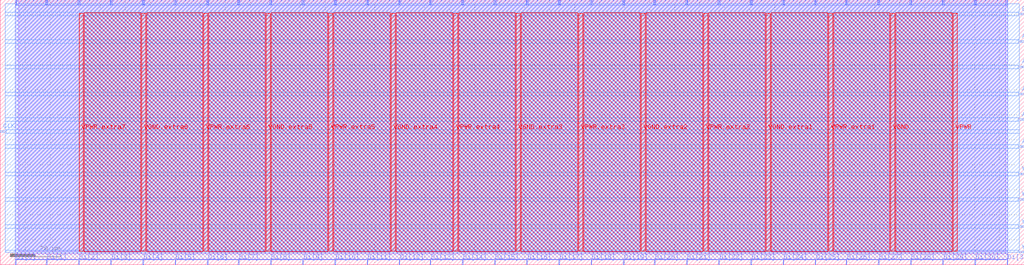
<source format=lef>
VERSION 5.7 ;
  NOWIREEXTENSIONATPIN ON ;
  DIVIDERCHAR "/" ;
  BUSBITCHARS "[]" ;
MACRO RAM32
  CLASS BLOCK ;
  FOREIGN RAM32 ;
  ORIGIN 0.000 0.000 ;
  SIZE 409.860 BY 106.080 ;
  PIN A[0]
    DIRECTION INPUT ;
    USE SIGNAL ;
    PORT
      LAYER met3 ;
        RECT 407.860 46.960 409.860 47.560 ;
    END
  END A[0]
  PIN A[1]
    DIRECTION INPUT ;
    USE SIGNAL ;
    PORT
      LAYER met3 ;
        RECT 407.860 57.840 409.860 58.440 ;
    END
  END A[1]
  PIN A[2]
    DIRECTION INPUT ;
    USE SIGNAL ;
    PORT
      LAYER met3 ;
        RECT 407.860 68.040 409.860 68.640 ;
    END
  END A[2]
  PIN A[3]
    DIRECTION INPUT ;
    USE SIGNAL ;
    PORT
      LAYER met3 ;
        RECT 407.860 78.920 409.860 79.520 ;
    END
  END A[3]
  PIN A[4]
    DIRECTION INPUT ;
    USE SIGNAL ;
    PORT
      LAYER met3 ;
        RECT 407.860 89.120 409.860 89.720 ;
    END
  END A[4]
  PIN CLK
    DIRECTION INPUT ;
    USE SIGNAL ;
    PORT
      LAYER met3 ;
        RECT 0.000 53.080 2.000 53.680 ;
    END
  END CLK
  PIN Di[0]
    DIRECTION INPUT ;
    USE SIGNAL ;
    PORT
      LAYER met2 ;
        RECT 6.070 0.000 6.350 2.000 ;
    END
  END Di[0]
  PIN Di[10]
    DIRECTION INPUT ;
    USE SIGNAL ;
    PORT
      LAYER met2 ;
        RECT 133.950 0.000 134.230 2.000 ;
    END
  END Di[10]
  PIN Di[11]
    DIRECTION INPUT ;
    USE SIGNAL ;
    PORT
      LAYER met2 ;
        RECT 146.830 0.000 147.110 2.000 ;
    END
  END Di[11]
  PIN Di[12]
    DIRECTION INPUT ;
    USE SIGNAL ;
    PORT
      LAYER met2 ;
        RECT 159.710 0.000 159.990 2.000 ;
    END
  END Di[12]
  PIN Di[13]
    DIRECTION INPUT ;
    USE SIGNAL ;
    PORT
      LAYER met2 ;
        RECT 172.130 0.000 172.410 2.000 ;
    END
  END Di[13]
  PIN Di[14]
    DIRECTION INPUT ;
    USE SIGNAL ;
    PORT
      LAYER met2 ;
        RECT 185.010 0.000 185.290 2.000 ;
    END
  END Di[14]
  PIN Di[15]
    DIRECTION INPUT ;
    USE SIGNAL ;
    PORT
      LAYER met2 ;
        RECT 197.890 0.000 198.170 2.000 ;
    END
  END Di[15]
  PIN Di[16]
    DIRECTION INPUT ;
    USE SIGNAL ;
    PORT
      LAYER met2 ;
        RECT 210.770 0.000 211.050 2.000 ;
    END
  END Di[16]
  PIN Di[17]
    DIRECTION INPUT ;
    USE SIGNAL ;
    PORT
      LAYER met2 ;
        RECT 223.650 0.000 223.930 2.000 ;
    END
  END Di[17]
  PIN Di[18]
    DIRECTION INPUT ;
    USE SIGNAL ;
    PORT
      LAYER met2 ;
        RECT 236.530 0.000 236.810 2.000 ;
    END
  END Di[18]
  PIN Di[19]
    DIRECTION INPUT ;
    USE SIGNAL ;
    PORT
      LAYER met2 ;
        RECT 249.410 0.000 249.690 2.000 ;
    END
  END Di[19]
  PIN Di[1]
    DIRECTION INPUT ;
    USE SIGNAL ;
    PORT
      LAYER met2 ;
        RECT 18.490 0.000 18.770 2.000 ;
    END
  END Di[1]
  PIN Di[20]
    DIRECTION INPUT ;
    USE SIGNAL ;
    PORT
      LAYER met2 ;
        RECT 261.830 0.000 262.110 2.000 ;
    END
  END Di[20]
  PIN Di[21]
    DIRECTION INPUT ;
    USE SIGNAL ;
    PORT
      LAYER met2 ;
        RECT 274.710 0.000 274.990 2.000 ;
    END
  END Di[21]
  PIN Di[22]
    DIRECTION INPUT ;
    USE SIGNAL ;
    PORT
      LAYER met2 ;
        RECT 287.590 0.000 287.870 2.000 ;
    END
  END Di[22]
  PIN Di[23]
    DIRECTION INPUT ;
    USE SIGNAL ;
    PORT
      LAYER met2 ;
        RECT 300.470 0.000 300.750 2.000 ;
    END
  END Di[23]
  PIN Di[24]
    DIRECTION INPUT ;
    USE SIGNAL ;
    PORT
      LAYER met2 ;
        RECT 313.350 0.000 313.630 2.000 ;
    END
  END Di[24]
  PIN Di[25]
    DIRECTION INPUT ;
    USE SIGNAL ;
    PORT
      LAYER met2 ;
        RECT 326.230 0.000 326.510 2.000 ;
    END
  END Di[25]
  PIN Di[26]
    DIRECTION INPUT ;
    USE SIGNAL ;
    PORT
      LAYER met2 ;
        RECT 338.650 0.000 338.930 2.000 ;
    END
  END Di[26]
  PIN Di[27]
    DIRECTION INPUT ;
    USE SIGNAL ;
    PORT
      LAYER met2 ;
        RECT 351.530 0.000 351.810 2.000 ;
    END
  END Di[27]
  PIN Di[28]
    DIRECTION INPUT ;
    USE SIGNAL ;
    PORT
      LAYER met2 ;
        RECT 364.410 0.000 364.690 2.000 ;
    END
  END Di[28]
  PIN Di[29]
    DIRECTION INPUT ;
    USE SIGNAL ;
    PORT
      LAYER met2 ;
        RECT 377.290 0.000 377.570 2.000 ;
    END
  END Di[29]
  PIN Di[2]
    DIRECTION INPUT ;
    USE SIGNAL ;
    PORT
      LAYER met2 ;
        RECT 31.370 0.000 31.650 2.000 ;
    END
  END Di[2]
  PIN Di[30]
    DIRECTION INPUT ;
    USE SIGNAL ;
    PORT
      LAYER met2 ;
        RECT 390.170 0.000 390.450 2.000 ;
    END
  END Di[30]
  PIN Di[31]
    DIRECTION INPUT ;
    USE SIGNAL ;
    PORT
      LAYER met2 ;
        RECT 403.050 0.000 403.330 2.000 ;
    END
  END Di[31]
  PIN Di[3]
    DIRECTION INPUT ;
    USE SIGNAL ;
    PORT
      LAYER met2 ;
        RECT 44.250 0.000 44.530 2.000 ;
    END
  END Di[3]
  PIN Di[4]
    DIRECTION INPUT ;
    USE SIGNAL ;
    PORT
      LAYER met2 ;
        RECT 57.130 0.000 57.410 2.000 ;
    END
  END Di[4]
  PIN Di[5]
    DIRECTION INPUT ;
    USE SIGNAL ;
    PORT
      LAYER met2 ;
        RECT 70.010 0.000 70.290 2.000 ;
    END
  END Di[5]
  PIN Di[6]
    DIRECTION INPUT ;
    USE SIGNAL ;
    PORT
      LAYER met2 ;
        RECT 82.890 0.000 83.170 2.000 ;
    END
  END Di[6]
  PIN Di[7]
    DIRECTION INPUT ;
    USE SIGNAL ;
    PORT
      LAYER met2 ;
        RECT 95.310 0.000 95.590 2.000 ;
    END
  END Di[7]
  PIN Di[8]
    DIRECTION INPUT ;
    USE SIGNAL ;
    PORT
      LAYER met2 ;
        RECT 108.190 0.000 108.470 2.000 ;
    END
  END Di[8]
  PIN Di[9]
    DIRECTION INPUT ;
    USE SIGNAL ;
    PORT
      LAYER met2 ;
        RECT 121.070 0.000 121.350 2.000 ;
    END
  END Di[9]
  PIN Do[0]
    DIRECTION OUTPUT TRISTATE ;
    USE SIGNAL ;
    PORT
      LAYER met2 ;
        RECT 6.070 104.080 6.350 106.080 ;
    END
  END Do[0]
  PIN Do[10]
    DIRECTION OUTPUT TRISTATE ;
    USE SIGNAL ;
    PORT
      LAYER met2 ;
        RECT 133.950 104.080 134.230 106.080 ;
    END
  END Do[10]
  PIN Do[11]
    DIRECTION OUTPUT TRISTATE ;
    USE SIGNAL ;
    PORT
      LAYER met2 ;
        RECT 146.830 104.080 147.110 106.080 ;
    END
  END Do[11]
  PIN Do[12]
    DIRECTION OUTPUT TRISTATE ;
    USE SIGNAL ;
    PORT
      LAYER met2 ;
        RECT 159.710 104.080 159.990 106.080 ;
    END
  END Do[12]
  PIN Do[13]
    DIRECTION OUTPUT TRISTATE ;
    USE SIGNAL ;
    PORT
      LAYER met2 ;
        RECT 172.130 104.080 172.410 106.080 ;
    END
  END Do[13]
  PIN Do[14]
    DIRECTION OUTPUT TRISTATE ;
    USE SIGNAL ;
    PORT
      LAYER met2 ;
        RECT 185.010 104.080 185.290 106.080 ;
    END
  END Do[14]
  PIN Do[15]
    DIRECTION OUTPUT TRISTATE ;
    USE SIGNAL ;
    PORT
      LAYER met2 ;
        RECT 197.890 104.080 198.170 106.080 ;
    END
  END Do[15]
  PIN Do[16]
    DIRECTION OUTPUT TRISTATE ;
    USE SIGNAL ;
    PORT
      LAYER met2 ;
        RECT 210.770 104.080 211.050 106.080 ;
    END
  END Do[16]
  PIN Do[17]
    DIRECTION OUTPUT TRISTATE ;
    USE SIGNAL ;
    PORT
      LAYER met2 ;
        RECT 223.650 104.080 223.930 106.080 ;
    END
  END Do[17]
  PIN Do[18]
    DIRECTION OUTPUT TRISTATE ;
    USE SIGNAL ;
    PORT
      LAYER met2 ;
        RECT 236.530 104.080 236.810 106.080 ;
    END
  END Do[18]
  PIN Do[19]
    DIRECTION OUTPUT TRISTATE ;
    USE SIGNAL ;
    PORT
      LAYER met2 ;
        RECT 249.410 104.080 249.690 106.080 ;
    END
  END Do[19]
  PIN Do[1]
    DIRECTION OUTPUT TRISTATE ;
    USE SIGNAL ;
    PORT
      LAYER met2 ;
        RECT 18.490 104.080 18.770 106.080 ;
    END
  END Do[1]
  PIN Do[20]
    DIRECTION OUTPUT TRISTATE ;
    USE SIGNAL ;
    PORT
      LAYER met2 ;
        RECT 261.830 104.080 262.110 106.080 ;
    END
  END Do[20]
  PIN Do[21]
    DIRECTION OUTPUT TRISTATE ;
    USE SIGNAL ;
    PORT
      LAYER met2 ;
        RECT 274.710 104.080 274.990 106.080 ;
    END
  END Do[21]
  PIN Do[22]
    DIRECTION OUTPUT TRISTATE ;
    USE SIGNAL ;
    PORT
      LAYER met2 ;
        RECT 287.590 104.080 287.870 106.080 ;
    END
  END Do[22]
  PIN Do[23]
    DIRECTION OUTPUT TRISTATE ;
    USE SIGNAL ;
    PORT
      LAYER met2 ;
        RECT 300.470 104.080 300.750 106.080 ;
    END
  END Do[23]
  PIN Do[24]
    DIRECTION OUTPUT TRISTATE ;
    USE SIGNAL ;
    PORT
      LAYER met2 ;
        RECT 313.350 104.080 313.630 106.080 ;
    END
  END Do[24]
  PIN Do[25]
    DIRECTION OUTPUT TRISTATE ;
    USE SIGNAL ;
    PORT
      LAYER met2 ;
        RECT 326.230 104.080 326.510 106.080 ;
    END
  END Do[25]
  PIN Do[26]
    DIRECTION OUTPUT TRISTATE ;
    USE SIGNAL ;
    PORT
      LAYER met2 ;
        RECT 338.650 104.080 338.930 106.080 ;
    END
  END Do[26]
  PIN Do[27]
    DIRECTION OUTPUT TRISTATE ;
    USE SIGNAL ;
    PORT
      LAYER met2 ;
        RECT 351.530 104.080 351.810 106.080 ;
    END
  END Do[27]
  PIN Do[28]
    DIRECTION OUTPUT TRISTATE ;
    USE SIGNAL ;
    PORT
      LAYER met2 ;
        RECT 364.410 104.080 364.690 106.080 ;
    END
  END Do[28]
  PIN Do[29]
    DIRECTION OUTPUT TRISTATE ;
    USE SIGNAL ;
    PORT
      LAYER met2 ;
        RECT 377.290 104.080 377.570 106.080 ;
    END
  END Do[29]
  PIN Do[2]
    DIRECTION OUTPUT TRISTATE ;
    USE SIGNAL ;
    PORT
      LAYER met2 ;
        RECT 31.370 104.080 31.650 106.080 ;
    END
  END Do[2]
  PIN Do[30]
    DIRECTION OUTPUT TRISTATE ;
    USE SIGNAL ;
    PORT
      LAYER met2 ;
        RECT 390.170 104.080 390.450 106.080 ;
    END
  END Do[30]
  PIN Do[31]
    DIRECTION OUTPUT TRISTATE ;
    USE SIGNAL ;
    PORT
      LAYER met2 ;
        RECT 403.050 104.080 403.330 106.080 ;
    END
  END Do[31]
  PIN Do[3]
    DIRECTION OUTPUT TRISTATE ;
    USE SIGNAL ;
    PORT
      LAYER met2 ;
        RECT 44.250 104.080 44.530 106.080 ;
    END
  END Do[3]
  PIN Do[4]
    DIRECTION OUTPUT TRISTATE ;
    USE SIGNAL ;
    PORT
      LAYER met2 ;
        RECT 57.130 104.080 57.410 106.080 ;
    END
  END Do[4]
  PIN Do[5]
    DIRECTION OUTPUT TRISTATE ;
    USE SIGNAL ;
    PORT
      LAYER met2 ;
        RECT 70.010 104.080 70.290 106.080 ;
    END
  END Do[5]
  PIN Do[6]
    DIRECTION OUTPUT TRISTATE ;
    USE SIGNAL ;
    PORT
      LAYER met2 ;
        RECT 82.890 104.080 83.170 106.080 ;
    END
  END Do[6]
  PIN Do[7]
    DIRECTION OUTPUT TRISTATE ;
    USE SIGNAL ;
    PORT
      LAYER met2 ;
        RECT 95.310 104.080 95.590 106.080 ;
    END
  END Do[7]
  PIN Do[8]
    DIRECTION OUTPUT TRISTATE ;
    USE SIGNAL ;
    PORT
      LAYER met2 ;
        RECT 108.190 104.080 108.470 106.080 ;
    END
  END Do[8]
  PIN Do[9]
    DIRECTION OUTPUT TRISTATE ;
    USE SIGNAL ;
    PORT
      LAYER met2 ;
        RECT 121.070 104.080 121.350 106.080 ;
    END
  END Do[9]
  PIN EN
    DIRECTION INPUT ;
    USE SIGNAL ;
    PORT
      LAYER met3 ;
        RECT 407.860 100.000 409.860 100.600 ;
    END
  END EN
  PIN WE[0]
    DIRECTION INPUT ;
    USE SIGNAL ;
    PORT
      LAYER met3 ;
        RECT 407.860 4.800 409.860 5.400 ;
    END
  END WE[0]
  PIN WE[1]
    DIRECTION INPUT ;
    USE SIGNAL ;
    PORT
      LAYER met3 ;
        RECT 407.860 15.000 409.860 15.600 ;
    END
  END WE[1]
  PIN WE[2]
    DIRECTION INPUT ;
    USE SIGNAL ;
    PORT
      LAYER met3 ;
        RECT 407.860 25.880 409.860 26.480 ;
    END
  END WE[2]
  PIN WE[3]
    DIRECTION INPUT ;
    USE SIGNAL ;
    PORT
      LAYER met3 ;
        RECT 407.860 36.080 409.860 36.680 ;
    END
  END WE[3]
  PIN VPWR
    DIRECTION INOUT ;
    USE POWER ;
    PORT
      LAYER met4 ;
        RECT 381.560 5.355 383.160 100.725 ;
    END
  END VPWR
  PIN VPWR.extra1
    DIRECTION INOUT ;
    USE POWER ;
    PORT
      LAYER met4 ;
        RECT 331.560 5.355 333.160 100.725 ;
    END
  END VPWR.extra1
  PIN VPWR.extra2
    DIRECTION INOUT ;
    USE POWER ;
    PORT
      LAYER met4 ;
        RECT 281.560 5.355 283.160 100.725 ;
    END
  END VPWR.extra2
  PIN VPWR.extra3
    DIRECTION INOUT ;
    USE POWER ;
    PORT
      LAYER met4 ;
        RECT 231.560 5.355 233.160 100.725 ;
    END
  END VPWR.extra3
  PIN VPWR.extra4
    DIRECTION INOUT ;
    USE POWER ;
    PORT
      LAYER met4 ;
        RECT 181.560 5.355 183.160 100.725 ;
    END
  END VPWR.extra4
  PIN VPWR.extra5
    DIRECTION INOUT ;
    USE POWER ;
    PORT
      LAYER met4 ;
        RECT 131.560 5.355 133.160 100.725 ;
    END
  END VPWR.extra5
  PIN VPWR.extra6
    DIRECTION INOUT ;
    USE POWER ;
    PORT
      LAYER met4 ;
        RECT 81.560 5.355 83.160 100.725 ;
    END
  END VPWR.extra6
  PIN VPWR.extra7
    DIRECTION INOUT ;
    USE POWER ;
    PORT
      LAYER met4 ;
        RECT 31.560 5.355 33.160 100.725 ;
    END
  END VPWR.extra7
  PIN VGND
    DIRECTION INOUT ;
    USE GROUND ;
    PORT
      LAYER met4 ;
        RECT 356.560 5.355 358.160 100.725 ;
    END
  END VGND
  PIN VGND.extra1
    DIRECTION INOUT ;
    USE GROUND ;
    PORT
      LAYER met4 ;
        RECT 306.560 5.355 308.160 100.725 ;
    END
  END VGND.extra1
  PIN VGND.extra2
    DIRECTION INOUT ;
    USE GROUND ;
    PORT
      LAYER met4 ;
        RECT 256.560 5.355 258.160 100.725 ;
    END
  END VGND.extra2
  PIN VGND.extra3
    DIRECTION INOUT ;
    USE GROUND ;
    PORT
      LAYER met4 ;
        RECT 206.560 5.355 208.160 100.725 ;
    END
  END VGND.extra3
  PIN VGND.extra4
    DIRECTION INOUT ;
    USE GROUND ;
    PORT
      LAYER met4 ;
        RECT 156.560 5.355 158.160 100.725 ;
    END
  END VGND.extra4
  PIN VGND.extra5
    DIRECTION INOUT ;
    USE GROUND ;
    PORT
      LAYER met4 ;
        RECT 106.560 5.355 108.160 100.725 ;
    END
  END VGND.extra5
  PIN VGND.extra6
    DIRECTION INOUT ;
    USE GROUND ;
    PORT
      LAYER met4 ;
        RECT 56.560 5.355 58.160 100.725 ;
    END
  END VGND.extra6
  OBS
      LAYER li1 ;
        RECT 7.360 5.355 402.500 105.995 ;
      LAYER met1 ;
        RECT 6.050 4.460 403.350 106.040 ;
      LAYER met2 ;
        RECT 6.630 103.800 18.210 106.070 ;
        RECT 19.050 103.800 31.090 106.070 ;
        RECT 31.930 103.800 43.970 106.070 ;
        RECT 44.810 103.800 56.850 106.070 ;
        RECT 57.690 103.800 69.730 106.070 ;
        RECT 70.570 103.800 82.610 106.070 ;
        RECT 83.450 103.800 95.030 106.070 ;
        RECT 95.870 103.800 107.910 106.070 ;
        RECT 108.750 103.800 120.790 106.070 ;
        RECT 121.630 103.800 133.670 106.070 ;
        RECT 134.510 103.800 146.550 106.070 ;
        RECT 147.390 103.800 159.430 106.070 ;
        RECT 160.270 103.800 171.850 106.070 ;
        RECT 172.690 103.800 184.730 106.070 ;
        RECT 185.570 103.800 197.610 106.070 ;
        RECT 198.450 103.800 210.490 106.070 ;
        RECT 211.330 103.800 223.370 106.070 ;
        RECT 224.210 103.800 236.250 106.070 ;
        RECT 237.090 103.800 249.130 106.070 ;
        RECT 249.970 103.800 261.550 106.070 ;
        RECT 262.390 103.800 274.430 106.070 ;
        RECT 275.270 103.800 287.310 106.070 ;
        RECT 288.150 103.800 300.190 106.070 ;
        RECT 301.030 103.800 313.070 106.070 ;
        RECT 313.910 103.800 325.950 106.070 ;
        RECT 326.790 103.800 338.370 106.070 ;
        RECT 339.210 103.800 351.250 106.070 ;
        RECT 352.090 103.800 364.130 106.070 ;
        RECT 364.970 103.800 377.010 106.070 ;
        RECT 377.850 103.800 389.890 106.070 ;
        RECT 390.730 103.800 402.770 106.070 ;
        RECT 6.080 2.280 403.330 103.800 ;
        RECT 6.630 2.000 18.210 2.280 ;
        RECT 19.050 2.000 31.090 2.280 ;
        RECT 31.930 2.000 43.970 2.280 ;
        RECT 44.810 2.000 56.850 2.280 ;
        RECT 57.690 2.000 69.730 2.280 ;
        RECT 70.570 2.000 82.610 2.280 ;
        RECT 83.450 2.000 95.030 2.280 ;
        RECT 95.870 2.000 107.910 2.280 ;
        RECT 108.750 2.000 120.790 2.280 ;
        RECT 121.630 2.000 133.670 2.280 ;
        RECT 134.510 2.000 146.550 2.280 ;
        RECT 147.390 2.000 159.430 2.280 ;
        RECT 160.270 2.000 171.850 2.280 ;
        RECT 172.690 2.000 184.730 2.280 ;
        RECT 185.570 2.000 197.610 2.280 ;
        RECT 198.450 2.000 210.490 2.280 ;
        RECT 211.330 2.000 223.370 2.280 ;
        RECT 224.210 2.000 236.250 2.280 ;
        RECT 237.090 2.000 249.130 2.280 ;
        RECT 249.970 2.000 261.550 2.280 ;
        RECT 262.390 2.000 274.430 2.280 ;
        RECT 275.270 2.000 287.310 2.280 ;
        RECT 288.150 2.000 300.190 2.280 ;
        RECT 301.030 2.000 313.070 2.280 ;
        RECT 313.910 2.000 325.950 2.280 ;
        RECT 326.790 2.000 338.370 2.280 ;
        RECT 339.210 2.000 351.250 2.280 ;
        RECT 352.090 2.000 364.130 2.280 ;
        RECT 364.970 2.000 377.010 2.280 ;
        RECT 377.850 2.000 389.890 2.280 ;
        RECT 390.730 2.000 402.770 2.280 ;
      LAYER met3 ;
        RECT 2.000 101.000 407.860 104.545 ;
        RECT 2.000 99.600 407.460 101.000 ;
        RECT 2.000 90.120 407.860 99.600 ;
        RECT 2.000 88.720 407.460 90.120 ;
        RECT 2.000 79.920 407.860 88.720 ;
        RECT 2.000 78.520 407.460 79.920 ;
        RECT 2.000 69.040 407.860 78.520 ;
        RECT 2.000 67.640 407.460 69.040 ;
        RECT 2.000 58.840 407.860 67.640 ;
        RECT 2.000 57.440 407.460 58.840 ;
        RECT 2.000 54.080 407.860 57.440 ;
        RECT 2.400 52.680 407.860 54.080 ;
        RECT 2.000 47.960 407.860 52.680 ;
        RECT 2.000 46.560 407.460 47.960 ;
        RECT 2.000 37.080 407.860 46.560 ;
        RECT 2.000 35.680 407.460 37.080 ;
        RECT 2.000 26.880 407.860 35.680 ;
        RECT 2.000 25.480 407.460 26.880 ;
        RECT 2.000 16.000 407.860 25.480 ;
        RECT 2.000 14.600 407.460 16.000 ;
        RECT 2.000 5.800 407.860 14.600 ;
        RECT 2.000 4.935 407.460 5.800 ;
      LAYER met4 ;
        RECT 33.560 5.275 56.160 100.805 ;
        RECT 58.560 5.275 81.160 100.805 ;
        RECT 83.560 5.275 106.160 100.805 ;
        RECT 108.560 5.275 131.160 100.805 ;
        RECT 133.560 5.275 156.160 100.805 ;
        RECT 158.560 5.275 181.160 100.805 ;
        RECT 183.560 5.275 206.160 100.805 ;
        RECT 208.560 5.275 231.160 100.805 ;
        RECT 233.560 5.275 256.160 100.805 ;
        RECT 258.560 5.275 281.160 100.805 ;
        RECT 283.560 5.275 306.160 100.805 ;
        RECT 308.560 5.275 331.160 100.805 ;
        RECT 333.560 5.275 356.160 100.805 ;
        RECT 358.560 5.275 381.160 100.805 ;
  END
END RAM32
END LIBRARY


</source>
